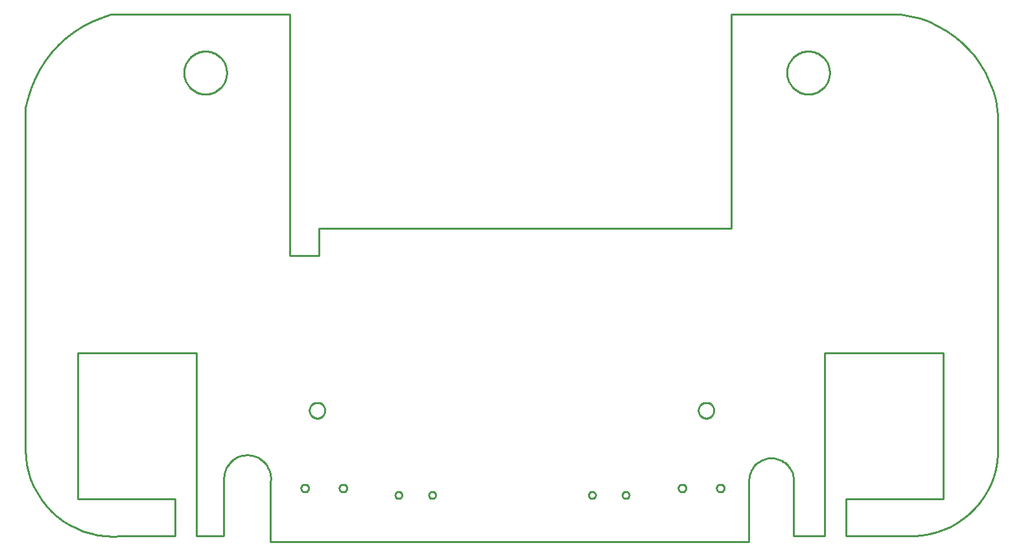
<source format=gbr>
G04 EAGLE Gerber X2 export*
%TF.Part,Single*%
%TF.FileFunction,Profile,NP*%
%TF.FilePolarity,Positive*%
%TF.GenerationSoftware,Autodesk,EAGLE,8.7.1*%
%TF.CreationDate,2018-03-30T22:44:39Z*%
G75*
%MOMM*%
%FSLAX34Y34*%
%LPD*%
%AMOC8*
5,1,8,0,0,1.08239X$1,22.5*%
G01*
%ADD10C,0.254000*%


D10*
X0Y124460D02*
X-150Y117865D01*
X344Y107934D01*
X1703Y98084D01*
X3914Y88389D01*
X6963Y78924D01*
X10824Y69761D01*
X15470Y60969D01*
X20864Y52616D01*
X26965Y44764D01*
X33728Y37475D01*
X41100Y30802D01*
X49026Y24797D01*
X57445Y19506D01*
X66293Y14969D01*
X75503Y11220D01*
X85005Y8288D01*
X94726Y6195D01*
X104592Y4958D01*
X114529Y4585D01*
X124460Y5080D01*
X195580Y5080D01*
X195580Y53340D01*
X68580Y53340D01*
X68580Y243840D01*
X223520Y243840D01*
X223520Y5080D01*
X259080Y5080D01*
X259080Y81280D01*
X259084Y81390D01*
X259311Y84051D01*
X259769Y86682D01*
X260454Y89264D01*
X261362Y91776D01*
X262485Y94199D01*
X263815Y96516D01*
X265342Y98707D01*
X267054Y100757D01*
X268938Y102650D01*
X270980Y104372D01*
X273165Y105909D01*
X275475Y107250D01*
X277893Y108385D01*
X280400Y109304D01*
X282979Y110001D01*
X285608Y110471D01*
X288269Y110710D01*
X290940Y110717D01*
X293601Y110490D01*
X296232Y110032D01*
X298814Y109347D01*
X301326Y108439D01*
X303749Y107316D01*
X306066Y105986D01*
X308257Y104459D01*
X310307Y102747D01*
X312200Y100863D01*
X313922Y98821D01*
X315459Y96636D01*
X316800Y94326D01*
X317935Y91908D01*
X318854Y89400D01*
X319551Y86822D01*
X320021Y84193D01*
X320260Y81532D01*
X320267Y78861D01*
X320040Y76200D01*
X320040Y-2540D01*
X944880Y-2540D01*
X944880Y78740D01*
X945093Y81177D01*
X945532Y83690D01*
X946187Y86155D01*
X947056Y88554D01*
X948130Y90867D01*
X949401Y93079D01*
X950860Y95171D01*
X952497Y97128D01*
X954297Y98935D01*
X956248Y100578D01*
X958335Y102045D01*
X960542Y103324D01*
X962852Y104407D01*
X965247Y105283D01*
X967710Y105948D01*
X970221Y106395D01*
X972762Y106622D01*
X975313Y106627D01*
X977855Y106409D01*
X980368Y105971D01*
X982833Y105315D01*
X985231Y104447D01*
X987545Y103373D01*
X989757Y102101D01*
X991849Y100642D01*
X993806Y99006D01*
X995613Y97205D01*
X997256Y95254D01*
X998723Y93167D01*
X1000002Y90960D01*
X1001084Y88650D01*
X1001961Y86255D01*
X1002626Y83792D01*
X1003073Y81281D01*
X1003300Y78740D01*
X1003300Y5080D01*
X1043940Y5080D01*
X1043940Y243840D01*
X1198880Y243840D01*
X1198880Y53340D01*
X1071880Y53340D01*
X1071880Y5080D01*
X1158240Y5080D01*
X1160779Y5136D01*
X1170613Y5896D01*
X1180344Y7510D01*
X1189897Y9965D01*
X1199200Y13245D01*
X1208181Y17322D01*
X1216773Y22166D01*
X1224910Y27741D01*
X1232531Y34004D01*
X1239576Y40908D01*
X1245993Y48399D01*
X1251733Y56421D01*
X1256751Y64912D01*
X1261011Y73809D01*
X1264478Y83043D01*
X1267128Y92544D01*
X1268940Y102240D01*
X1269900Y112057D01*
X1270000Y121920D01*
X1270000Y553720D01*
X1269157Y561259D01*
X1266871Y573754D01*
X1263505Y586002D01*
X1259083Y597910D01*
X1253641Y609387D01*
X1247219Y620346D01*
X1239866Y630704D01*
X1231639Y640382D01*
X1222600Y649305D01*
X1212817Y657407D01*
X1202365Y664626D01*
X1191324Y670906D01*
X1179777Y676199D01*
X1167813Y680467D01*
X1155523Y683675D01*
X1143000Y685800D01*
X922020Y685800D01*
X922020Y406400D01*
X383540Y406400D01*
X383540Y370840D01*
X345440Y370840D01*
X345440Y685800D01*
X111760Y685800D01*
X99262Y681862D01*
X86828Y676731D01*
X74889Y670536D01*
X63536Y663323D01*
X52854Y655149D01*
X42925Y646075D01*
X33824Y636170D01*
X25622Y625509D01*
X18380Y614174D01*
X12154Y602251D01*
X6990Y589831D01*
X2928Y577008D01*
X0Y563880D01*
X0Y124460D01*
X262890Y608868D02*
X262813Y607407D01*
X262660Y605952D01*
X262432Y604507D01*
X262127Y603075D01*
X261749Y601662D01*
X261296Y600270D01*
X260772Y598904D01*
X260177Y597567D01*
X259513Y596264D01*
X258781Y594996D01*
X257984Y593769D01*
X257124Y592585D01*
X256203Y591448D01*
X255224Y590361D01*
X254189Y589326D01*
X253102Y588347D01*
X251965Y587426D01*
X250781Y586566D01*
X249554Y585769D01*
X248286Y585037D01*
X246983Y584373D01*
X245646Y583778D01*
X244280Y583254D01*
X242888Y582801D01*
X241475Y582423D01*
X240043Y582118D01*
X238598Y581890D01*
X237143Y581737D01*
X235682Y581660D01*
X234218Y581660D01*
X232757Y581737D01*
X231302Y581890D01*
X229857Y582118D01*
X228425Y582423D01*
X227012Y582801D01*
X225620Y583254D01*
X224254Y583778D01*
X222917Y584373D01*
X221614Y585037D01*
X220346Y585769D01*
X219119Y586566D01*
X217935Y587426D01*
X216798Y588347D01*
X215711Y589326D01*
X214676Y590361D01*
X213697Y591448D01*
X212776Y592585D01*
X211916Y593769D01*
X211119Y594996D01*
X210387Y596264D01*
X209723Y597567D01*
X209128Y598904D01*
X208604Y600270D01*
X208151Y601662D01*
X207773Y603075D01*
X207468Y604507D01*
X207240Y605952D01*
X207087Y607407D01*
X207010Y608868D01*
X207010Y610332D01*
X207087Y611793D01*
X207240Y613248D01*
X207468Y614693D01*
X207773Y616125D01*
X208151Y617538D01*
X208604Y618930D01*
X209128Y620296D01*
X209723Y621633D01*
X210387Y622936D01*
X211119Y624204D01*
X211916Y625431D01*
X212776Y626615D01*
X213697Y627752D01*
X214676Y628839D01*
X215711Y629874D01*
X216798Y630853D01*
X217935Y631774D01*
X219119Y632634D01*
X220346Y633431D01*
X221614Y634163D01*
X222917Y634827D01*
X224254Y635422D01*
X225620Y635946D01*
X227012Y636399D01*
X228425Y636777D01*
X229857Y637082D01*
X231302Y637310D01*
X232757Y637463D01*
X234218Y637540D01*
X235682Y637540D01*
X237143Y637463D01*
X238598Y637310D01*
X240043Y637082D01*
X241475Y636777D01*
X242888Y636399D01*
X244280Y635946D01*
X245646Y635422D01*
X246983Y634827D01*
X248286Y634163D01*
X249554Y633431D01*
X250781Y632634D01*
X251965Y631774D01*
X253102Y630853D01*
X254189Y629874D01*
X255224Y628839D01*
X256203Y627752D01*
X257124Y626615D01*
X257984Y625431D01*
X258781Y624204D01*
X259513Y622936D01*
X260177Y621633D01*
X260772Y620296D01*
X261296Y618930D01*
X261749Y617538D01*
X262127Y616125D01*
X262432Y614693D01*
X262660Y613248D01*
X262813Y611793D01*
X262890Y610332D01*
X262890Y608868D01*
X1050290Y608868D02*
X1050213Y607407D01*
X1050060Y605952D01*
X1049832Y604507D01*
X1049527Y603075D01*
X1049149Y601662D01*
X1048696Y600270D01*
X1048172Y598904D01*
X1047577Y597567D01*
X1046913Y596264D01*
X1046181Y594996D01*
X1045384Y593769D01*
X1044524Y592585D01*
X1043603Y591448D01*
X1042624Y590361D01*
X1041589Y589326D01*
X1040502Y588347D01*
X1039365Y587426D01*
X1038181Y586566D01*
X1036954Y585769D01*
X1035686Y585037D01*
X1034383Y584373D01*
X1033046Y583778D01*
X1031680Y583254D01*
X1030288Y582801D01*
X1028875Y582423D01*
X1027443Y582118D01*
X1025998Y581890D01*
X1024543Y581737D01*
X1023082Y581660D01*
X1021618Y581660D01*
X1020157Y581737D01*
X1018702Y581890D01*
X1017257Y582118D01*
X1015825Y582423D01*
X1014412Y582801D01*
X1013020Y583254D01*
X1011654Y583778D01*
X1010317Y584373D01*
X1009014Y585037D01*
X1007746Y585769D01*
X1006519Y586566D01*
X1005335Y587426D01*
X1004198Y588347D01*
X1003111Y589326D01*
X1002076Y590361D01*
X1001097Y591448D01*
X1000176Y592585D01*
X999316Y593769D01*
X998519Y594996D01*
X997787Y596264D01*
X997123Y597567D01*
X996528Y598904D01*
X996004Y600270D01*
X995551Y601662D01*
X995173Y603075D01*
X994868Y604507D01*
X994640Y605952D01*
X994487Y607407D01*
X994410Y608868D01*
X994410Y610332D01*
X994487Y611793D01*
X994640Y613248D01*
X994868Y614693D01*
X995173Y616125D01*
X995551Y617538D01*
X996004Y618930D01*
X996528Y620296D01*
X997123Y621633D01*
X997787Y622936D01*
X998519Y624204D01*
X999316Y625431D01*
X1000176Y626615D01*
X1001097Y627752D01*
X1002076Y628839D01*
X1003111Y629874D01*
X1004198Y630853D01*
X1005335Y631774D01*
X1006519Y632634D01*
X1007746Y633431D01*
X1009014Y634163D01*
X1010317Y634827D01*
X1011654Y635422D01*
X1013020Y635946D01*
X1014412Y636399D01*
X1015825Y636777D01*
X1017257Y637082D01*
X1018702Y637310D01*
X1020157Y637463D01*
X1021618Y637540D01*
X1023082Y637540D01*
X1024543Y637463D01*
X1025998Y637310D01*
X1027443Y637082D01*
X1028875Y636777D01*
X1030288Y636399D01*
X1031680Y635946D01*
X1033046Y635422D01*
X1034383Y634827D01*
X1035686Y634163D01*
X1036954Y633431D01*
X1038181Y632634D01*
X1039365Y631774D01*
X1040502Y630853D01*
X1041589Y629874D01*
X1042624Y628839D01*
X1043603Y627752D01*
X1044524Y626615D01*
X1045384Y625431D01*
X1046181Y624204D01*
X1046913Y622936D01*
X1047577Y621633D01*
X1048172Y620296D01*
X1048696Y618930D01*
X1049149Y617538D01*
X1049527Y616125D01*
X1049832Y614693D01*
X1050060Y613248D01*
X1050213Y611793D01*
X1050290Y610332D01*
X1050290Y608868D01*
X391160Y168466D02*
X391083Y167583D01*
X390929Y166709D01*
X390699Y165852D01*
X390396Y165018D01*
X390021Y164214D01*
X389577Y163446D01*
X389068Y162719D01*
X388498Y162039D01*
X387871Y161412D01*
X387191Y160842D01*
X386464Y160333D01*
X385696Y159889D01*
X384892Y159514D01*
X384058Y159211D01*
X383201Y158981D01*
X382327Y158827D01*
X381444Y158750D01*
X380556Y158750D01*
X379673Y158827D01*
X378799Y158981D01*
X377942Y159211D01*
X377108Y159514D01*
X376304Y159889D01*
X375536Y160333D01*
X374809Y160842D01*
X374129Y161412D01*
X373502Y162039D01*
X372932Y162719D01*
X372423Y163446D01*
X371979Y164214D01*
X371604Y165018D01*
X371301Y165852D01*
X371071Y166709D01*
X370917Y167583D01*
X370840Y168466D01*
X370840Y169354D01*
X370917Y170237D01*
X371071Y171111D01*
X371301Y171968D01*
X371604Y172802D01*
X371979Y173606D01*
X372423Y174374D01*
X372932Y175101D01*
X373502Y175781D01*
X374129Y176408D01*
X374809Y176978D01*
X375536Y177487D01*
X376304Y177931D01*
X377108Y178306D01*
X377942Y178609D01*
X378799Y178839D01*
X379673Y178993D01*
X380556Y179070D01*
X381444Y179070D01*
X382327Y178993D01*
X383201Y178839D01*
X384058Y178609D01*
X384892Y178306D01*
X385696Y177931D01*
X386464Y177487D01*
X387191Y176978D01*
X387871Y176408D01*
X388498Y175781D01*
X389068Y175101D01*
X389577Y174374D01*
X390021Y173606D01*
X390396Y172802D01*
X390699Y171968D01*
X390929Y171111D01*
X391083Y170237D01*
X391160Y169354D01*
X391160Y168466D01*
X899160Y168466D02*
X899083Y167583D01*
X898929Y166709D01*
X898699Y165852D01*
X898396Y165018D01*
X898021Y164214D01*
X897577Y163446D01*
X897068Y162719D01*
X896498Y162039D01*
X895871Y161412D01*
X895191Y160842D01*
X894464Y160333D01*
X893696Y159889D01*
X892892Y159514D01*
X892058Y159211D01*
X891201Y158981D01*
X890327Y158827D01*
X889444Y158750D01*
X888556Y158750D01*
X887673Y158827D01*
X886799Y158981D01*
X885942Y159211D01*
X885108Y159514D01*
X884304Y159889D01*
X883536Y160333D01*
X882809Y160842D01*
X882129Y161412D01*
X881502Y162039D01*
X880932Y162719D01*
X880423Y163446D01*
X879979Y164214D01*
X879604Y165018D01*
X879301Y165852D01*
X879071Y166709D01*
X878917Y167583D01*
X878840Y168466D01*
X878840Y169354D01*
X878917Y170237D01*
X879071Y171111D01*
X879301Y171968D01*
X879604Y172802D01*
X879979Y173606D01*
X880423Y174374D01*
X880932Y175101D01*
X881502Y175781D01*
X882129Y176408D01*
X882809Y176978D01*
X883536Y177487D01*
X884304Y177931D01*
X885108Y178306D01*
X885942Y178609D01*
X886799Y178839D01*
X887673Y178993D01*
X888556Y179070D01*
X889444Y179070D01*
X890327Y178993D01*
X891201Y178839D01*
X892058Y178609D01*
X892892Y178306D01*
X893696Y177931D01*
X894464Y177487D01*
X895191Y176978D01*
X895871Y176408D01*
X896498Y175781D01*
X897068Y175101D01*
X897577Y174374D01*
X898021Y173606D01*
X898396Y172802D01*
X898699Y171968D01*
X898929Y171111D01*
X899083Y170237D01*
X899160Y169354D01*
X899160Y168466D01*
X262890Y608868D02*
X262813Y607407D01*
X262660Y605952D01*
X262432Y604507D01*
X262127Y603075D01*
X261749Y601662D01*
X261296Y600270D01*
X260772Y598904D01*
X260177Y597567D01*
X259513Y596264D01*
X258781Y594996D01*
X257984Y593769D01*
X257124Y592585D01*
X256203Y591448D01*
X255224Y590361D01*
X254189Y589326D01*
X253102Y588347D01*
X251965Y587426D01*
X250781Y586566D01*
X249554Y585769D01*
X248286Y585037D01*
X246983Y584373D01*
X245646Y583778D01*
X244280Y583254D01*
X242888Y582801D01*
X241475Y582423D01*
X240043Y582118D01*
X238598Y581890D01*
X237143Y581737D01*
X235682Y581660D01*
X234218Y581660D01*
X232757Y581737D01*
X231302Y581890D01*
X229857Y582118D01*
X228425Y582423D01*
X227012Y582801D01*
X225620Y583254D01*
X224254Y583778D01*
X222917Y584373D01*
X221614Y585037D01*
X220346Y585769D01*
X219119Y586566D01*
X217935Y587426D01*
X216798Y588347D01*
X215711Y589326D01*
X214676Y590361D01*
X213697Y591448D01*
X212776Y592585D01*
X211916Y593769D01*
X211119Y594996D01*
X210387Y596264D01*
X209723Y597567D01*
X209128Y598904D01*
X208604Y600270D01*
X208151Y601662D01*
X207773Y603075D01*
X207468Y604507D01*
X207240Y605952D01*
X207087Y607407D01*
X207010Y608868D01*
X207010Y610332D01*
X207087Y611793D01*
X207240Y613248D01*
X207468Y614693D01*
X207773Y616125D01*
X208151Y617538D01*
X208604Y618930D01*
X209128Y620296D01*
X209723Y621633D01*
X210387Y622936D01*
X211119Y624204D01*
X211916Y625431D01*
X212776Y626615D01*
X213697Y627752D01*
X214676Y628839D01*
X215711Y629874D01*
X216798Y630853D01*
X217935Y631774D01*
X219119Y632634D01*
X220346Y633431D01*
X221614Y634163D01*
X222917Y634827D01*
X224254Y635422D01*
X225620Y635946D01*
X227012Y636399D01*
X228425Y636777D01*
X229857Y637082D01*
X231302Y637310D01*
X232757Y637463D01*
X234218Y637540D01*
X235682Y637540D01*
X237143Y637463D01*
X238598Y637310D01*
X240043Y637082D01*
X241475Y636777D01*
X242888Y636399D01*
X244280Y635946D01*
X245646Y635422D01*
X246983Y634827D01*
X248286Y634163D01*
X249554Y633431D01*
X250781Y632634D01*
X251965Y631774D01*
X253102Y630853D01*
X254189Y629874D01*
X255224Y628839D01*
X256203Y627752D01*
X257124Y626615D01*
X257984Y625431D01*
X258781Y624204D01*
X259513Y622936D01*
X260177Y621633D01*
X260772Y620296D01*
X261296Y618930D01*
X261749Y617538D01*
X262127Y616125D01*
X262432Y614693D01*
X262660Y613248D01*
X262813Y611793D01*
X262890Y610332D01*
X262890Y608868D01*
X1050290Y608868D02*
X1050213Y607407D01*
X1050060Y605952D01*
X1049832Y604507D01*
X1049527Y603075D01*
X1049149Y601662D01*
X1048696Y600270D01*
X1048172Y598904D01*
X1047577Y597567D01*
X1046913Y596264D01*
X1046181Y594996D01*
X1045384Y593769D01*
X1044524Y592585D01*
X1043603Y591448D01*
X1042624Y590361D01*
X1041589Y589326D01*
X1040502Y588347D01*
X1039365Y587426D01*
X1038181Y586566D01*
X1036954Y585769D01*
X1035686Y585037D01*
X1034383Y584373D01*
X1033046Y583778D01*
X1031680Y583254D01*
X1030288Y582801D01*
X1028875Y582423D01*
X1027443Y582118D01*
X1025998Y581890D01*
X1024543Y581737D01*
X1023082Y581660D01*
X1021618Y581660D01*
X1020157Y581737D01*
X1018702Y581890D01*
X1017257Y582118D01*
X1015825Y582423D01*
X1014412Y582801D01*
X1013020Y583254D01*
X1011654Y583778D01*
X1010317Y584373D01*
X1009014Y585037D01*
X1007746Y585769D01*
X1006519Y586566D01*
X1005335Y587426D01*
X1004198Y588347D01*
X1003111Y589326D01*
X1002076Y590361D01*
X1001097Y591448D01*
X1000176Y592585D01*
X999316Y593769D01*
X998519Y594996D01*
X997787Y596264D01*
X997123Y597567D01*
X996528Y598904D01*
X996004Y600270D01*
X995551Y601662D01*
X995173Y603075D01*
X994868Y604507D01*
X994640Y605952D01*
X994487Y607407D01*
X994410Y608868D01*
X994410Y610332D01*
X994487Y611793D01*
X994640Y613248D01*
X994868Y614693D01*
X995173Y616125D01*
X995551Y617538D01*
X996004Y618930D01*
X996528Y620296D01*
X997123Y621633D01*
X997787Y622936D01*
X998519Y624204D01*
X999316Y625431D01*
X1000176Y626615D01*
X1001097Y627752D01*
X1002076Y628839D01*
X1003111Y629874D01*
X1004198Y630853D01*
X1005335Y631774D01*
X1006519Y632634D01*
X1007746Y633431D01*
X1009014Y634163D01*
X1010317Y634827D01*
X1011654Y635422D01*
X1013020Y635946D01*
X1014412Y636399D01*
X1015825Y636777D01*
X1017257Y637082D01*
X1018702Y637310D01*
X1020157Y637463D01*
X1021618Y637540D01*
X1023082Y637540D01*
X1024543Y637463D01*
X1025998Y637310D01*
X1027443Y637082D01*
X1028875Y636777D01*
X1030288Y636399D01*
X1031680Y635946D01*
X1033046Y635422D01*
X1034383Y634827D01*
X1035686Y634163D01*
X1036954Y633431D01*
X1038181Y632634D01*
X1039365Y631774D01*
X1040502Y630853D01*
X1041589Y629874D01*
X1042624Y628839D01*
X1043603Y627752D01*
X1044524Y626615D01*
X1045384Y625431D01*
X1046181Y624204D01*
X1046913Y622936D01*
X1047577Y621633D01*
X1048172Y620296D01*
X1048696Y618930D01*
X1049149Y617538D01*
X1049527Y616125D01*
X1049832Y614693D01*
X1050060Y613248D01*
X1050213Y611793D01*
X1050290Y610332D01*
X1050290Y608868D01*
X391160Y168466D02*
X391083Y167583D01*
X390929Y166709D01*
X390699Y165852D01*
X390396Y165018D01*
X390021Y164214D01*
X389577Y163446D01*
X389068Y162719D01*
X388498Y162039D01*
X387871Y161412D01*
X387191Y160842D01*
X386464Y160333D01*
X385696Y159889D01*
X384892Y159514D01*
X384058Y159211D01*
X383201Y158981D01*
X382327Y158827D01*
X381444Y158750D01*
X380556Y158750D01*
X379673Y158827D01*
X378799Y158981D01*
X377942Y159211D01*
X377108Y159514D01*
X376304Y159889D01*
X375536Y160333D01*
X374809Y160842D01*
X374129Y161412D01*
X373502Y162039D01*
X372932Y162719D01*
X372423Y163446D01*
X371979Y164214D01*
X371604Y165018D01*
X371301Y165852D01*
X371071Y166709D01*
X370917Y167583D01*
X370840Y168466D01*
X370840Y169354D01*
X370917Y170237D01*
X371071Y171111D01*
X371301Y171968D01*
X371604Y172802D01*
X371979Y173606D01*
X372423Y174374D01*
X372932Y175101D01*
X373502Y175781D01*
X374129Y176408D01*
X374809Y176978D01*
X375536Y177487D01*
X376304Y177931D01*
X377108Y178306D01*
X377942Y178609D01*
X378799Y178839D01*
X379673Y178993D01*
X380556Y179070D01*
X381444Y179070D01*
X382327Y178993D01*
X383201Y178839D01*
X384058Y178609D01*
X384892Y178306D01*
X385696Y177931D01*
X386464Y177487D01*
X387191Y176978D01*
X387871Y176408D01*
X388498Y175781D01*
X389068Y175101D01*
X389577Y174374D01*
X390021Y173606D01*
X390396Y172802D01*
X390699Y171968D01*
X390929Y171111D01*
X391083Y170237D01*
X391160Y169354D01*
X391160Y168466D01*
X899160Y168466D02*
X899083Y167583D01*
X898929Y166709D01*
X898699Y165852D01*
X898396Y165018D01*
X898021Y164214D01*
X897577Y163446D01*
X897068Y162719D01*
X896498Y162039D01*
X895871Y161412D01*
X895191Y160842D01*
X894464Y160333D01*
X893696Y159889D01*
X892892Y159514D01*
X892058Y159211D01*
X891201Y158981D01*
X890327Y158827D01*
X889444Y158750D01*
X888556Y158750D01*
X887673Y158827D01*
X886799Y158981D01*
X885942Y159211D01*
X885108Y159514D01*
X884304Y159889D01*
X883536Y160333D01*
X882809Y160842D01*
X882129Y161412D01*
X881502Y162039D01*
X880932Y162719D01*
X880423Y163446D01*
X879979Y164214D01*
X879604Y165018D01*
X879301Y165852D01*
X879071Y166709D01*
X878917Y167583D01*
X878840Y168466D01*
X878840Y169354D01*
X878917Y170237D01*
X879071Y171111D01*
X879301Y171968D01*
X879604Y172802D01*
X879979Y173606D01*
X880423Y174374D01*
X880932Y175101D01*
X881502Y175781D01*
X882129Y176408D01*
X882809Y176978D01*
X883536Y177487D01*
X884304Y177931D01*
X885108Y178306D01*
X885942Y178609D01*
X886799Y178839D01*
X887673Y178993D01*
X888556Y179070D01*
X889444Y179070D01*
X890327Y178993D01*
X891201Y178839D01*
X892058Y178609D01*
X892892Y178306D01*
X893696Y177931D01*
X894464Y177487D01*
X895191Y176978D01*
X895871Y176408D01*
X896498Y175781D01*
X897068Y175101D01*
X897577Y174374D01*
X898021Y173606D01*
X898396Y172802D01*
X898699Y171968D01*
X898929Y171111D01*
X899083Y170237D01*
X899160Y169354D01*
X899160Y168466D01*
X487565Y62920D02*
X488150Y62843D01*
X488720Y62690D01*
X489265Y62465D01*
X489775Y62170D01*
X490243Y61811D01*
X490661Y61393D01*
X491020Y60925D01*
X491315Y60415D01*
X491540Y59870D01*
X491693Y59300D01*
X491770Y58715D01*
X491770Y58125D01*
X491693Y57540D01*
X491540Y56970D01*
X491315Y56425D01*
X491020Y55915D01*
X490661Y55447D01*
X490243Y55029D01*
X489775Y54670D01*
X489265Y54375D01*
X488720Y54150D01*
X488150Y53997D01*
X487565Y53920D01*
X486975Y53920D01*
X486390Y53997D01*
X485820Y54150D01*
X485275Y54375D01*
X484765Y54670D01*
X484297Y55029D01*
X483879Y55447D01*
X483520Y55915D01*
X483225Y56425D01*
X483000Y56970D01*
X482847Y57540D01*
X482770Y58125D01*
X482770Y58715D01*
X482847Y59300D01*
X483000Y59870D01*
X483225Y60415D01*
X483520Y60925D01*
X483879Y61393D01*
X484297Y61811D01*
X484765Y62170D01*
X485275Y62465D01*
X485820Y62690D01*
X486390Y62843D01*
X486975Y62920D01*
X487565Y62920D01*
X531565Y62920D02*
X532150Y62843D01*
X532720Y62690D01*
X533265Y62465D01*
X533775Y62170D01*
X534243Y61811D01*
X534661Y61393D01*
X535020Y60925D01*
X535315Y60415D01*
X535540Y59870D01*
X535693Y59300D01*
X535770Y58715D01*
X535770Y58125D01*
X535693Y57540D01*
X535540Y56970D01*
X535315Y56425D01*
X535020Y55915D01*
X534661Y55447D01*
X534243Y55029D01*
X533775Y54670D01*
X533265Y54375D01*
X532720Y54150D01*
X532150Y53997D01*
X531565Y53920D01*
X530975Y53920D01*
X530390Y53997D01*
X529820Y54150D01*
X529275Y54375D01*
X528765Y54670D01*
X528297Y55029D01*
X527879Y55447D01*
X527520Y55915D01*
X527225Y56425D01*
X527000Y56970D01*
X526847Y57540D01*
X526770Y58125D01*
X526770Y58715D01*
X526847Y59300D01*
X527000Y59870D01*
X527225Y60415D01*
X527520Y60925D01*
X527879Y61393D01*
X528297Y61811D01*
X528765Y62170D01*
X529275Y62465D01*
X529820Y62690D01*
X530390Y62843D01*
X530975Y62920D01*
X531565Y62920D01*
X740295Y62920D02*
X740880Y62843D01*
X741450Y62690D01*
X741995Y62465D01*
X742505Y62170D01*
X742973Y61811D01*
X743391Y61393D01*
X743750Y60925D01*
X744045Y60415D01*
X744270Y59870D01*
X744423Y59300D01*
X744500Y58715D01*
X744500Y58125D01*
X744423Y57540D01*
X744270Y56970D01*
X744045Y56425D01*
X743750Y55915D01*
X743391Y55447D01*
X742973Y55029D01*
X742505Y54670D01*
X741995Y54375D01*
X741450Y54150D01*
X740880Y53997D01*
X740295Y53920D01*
X739705Y53920D01*
X739120Y53997D01*
X738550Y54150D01*
X738005Y54375D01*
X737495Y54670D01*
X737027Y55029D01*
X736609Y55447D01*
X736250Y55915D01*
X735955Y56425D01*
X735730Y56970D01*
X735577Y57540D01*
X735500Y58125D01*
X735500Y58715D01*
X735577Y59300D01*
X735730Y59870D01*
X735955Y60415D01*
X736250Y60925D01*
X736609Y61393D01*
X737027Y61811D01*
X737495Y62170D01*
X738005Y62465D01*
X738550Y62690D01*
X739120Y62843D01*
X739705Y62920D01*
X740295Y62920D01*
X784295Y62920D02*
X784880Y62843D01*
X785450Y62690D01*
X785995Y62465D01*
X786505Y62170D01*
X786973Y61811D01*
X787391Y61393D01*
X787750Y60925D01*
X788045Y60415D01*
X788270Y59870D01*
X788423Y59300D01*
X788500Y58715D01*
X788500Y58125D01*
X788423Y57540D01*
X788270Y56970D01*
X788045Y56425D01*
X787750Y55915D01*
X787391Y55447D01*
X786973Y55029D01*
X786505Y54670D01*
X785995Y54375D01*
X785450Y54150D01*
X784880Y53997D01*
X784295Y53920D01*
X783705Y53920D01*
X783120Y53997D01*
X782550Y54150D01*
X782005Y54375D01*
X781495Y54670D01*
X781027Y55029D01*
X780609Y55447D01*
X780250Y55915D01*
X779955Y56425D01*
X779730Y56970D01*
X779577Y57540D01*
X779500Y58125D01*
X779500Y58715D01*
X779577Y59300D01*
X779730Y59870D01*
X779955Y60415D01*
X780250Y60925D01*
X780609Y61393D01*
X781027Y61811D01*
X781495Y62170D01*
X782005Y62465D01*
X782550Y62690D01*
X783120Y62843D01*
X783705Y62920D01*
X784295Y62920D01*
X409890Y67741D02*
X409953Y68299D01*
X410078Y68846D01*
X410263Y69376D01*
X410507Y69882D01*
X410806Y70358D01*
X411156Y70797D01*
X411553Y71194D01*
X411992Y71544D01*
X412468Y71843D01*
X412974Y72087D01*
X413504Y72272D01*
X414051Y72397D01*
X414609Y72460D01*
X415171Y72460D01*
X415729Y72397D01*
X416276Y72272D01*
X416806Y72087D01*
X417312Y71843D01*
X417788Y71544D01*
X418227Y71194D01*
X418624Y70797D01*
X418974Y70358D01*
X419273Y69882D01*
X419517Y69376D01*
X419702Y68846D01*
X419827Y68299D01*
X419890Y67741D01*
X419890Y67179D01*
X419827Y66621D01*
X419702Y66074D01*
X419517Y65544D01*
X419273Y65038D01*
X418974Y64562D01*
X418624Y64123D01*
X418227Y63726D01*
X417788Y63376D01*
X417312Y63077D01*
X416806Y62833D01*
X416276Y62648D01*
X415729Y62523D01*
X415171Y62460D01*
X414609Y62460D01*
X414051Y62523D01*
X413504Y62648D01*
X412974Y62833D01*
X412468Y63077D01*
X411992Y63376D01*
X411553Y63726D01*
X411156Y64123D01*
X410806Y64562D01*
X410507Y65038D01*
X410263Y65544D01*
X410078Y66074D01*
X409953Y66621D01*
X409890Y67179D01*
X409890Y67741D01*
X359890Y67741D02*
X359953Y68299D01*
X360078Y68846D01*
X360263Y69376D01*
X360507Y69882D01*
X360806Y70358D01*
X361156Y70797D01*
X361553Y71194D01*
X361992Y71544D01*
X362468Y71843D01*
X362974Y72087D01*
X363504Y72272D01*
X364051Y72397D01*
X364609Y72460D01*
X365171Y72460D01*
X365729Y72397D01*
X366276Y72272D01*
X366806Y72087D01*
X367312Y71843D01*
X367788Y71544D01*
X368227Y71194D01*
X368624Y70797D01*
X368974Y70358D01*
X369273Y69882D01*
X369517Y69376D01*
X369702Y68846D01*
X369827Y68299D01*
X369890Y67741D01*
X369890Y67179D01*
X369827Y66621D01*
X369702Y66074D01*
X369517Y65544D01*
X369273Y65038D01*
X368974Y64562D01*
X368624Y64123D01*
X368227Y63726D01*
X367788Y63376D01*
X367312Y63077D01*
X366806Y62833D01*
X366276Y62648D01*
X365729Y62523D01*
X365171Y62460D01*
X364609Y62460D01*
X364051Y62523D01*
X363504Y62648D01*
X362974Y62833D01*
X362468Y63077D01*
X361992Y63376D01*
X361553Y63726D01*
X361156Y64123D01*
X360806Y64562D01*
X360507Y65038D01*
X360263Y65544D01*
X360078Y66074D01*
X359953Y66621D01*
X359890Y67179D01*
X359890Y67741D01*
X902650Y67741D02*
X902713Y68299D01*
X902838Y68846D01*
X903023Y69376D01*
X903267Y69882D01*
X903566Y70358D01*
X903916Y70797D01*
X904313Y71194D01*
X904752Y71544D01*
X905228Y71843D01*
X905734Y72087D01*
X906264Y72272D01*
X906811Y72397D01*
X907369Y72460D01*
X907931Y72460D01*
X908489Y72397D01*
X909036Y72272D01*
X909566Y72087D01*
X910072Y71843D01*
X910548Y71544D01*
X910987Y71194D01*
X911384Y70797D01*
X911734Y70358D01*
X912033Y69882D01*
X912277Y69376D01*
X912462Y68846D01*
X912587Y68299D01*
X912650Y67741D01*
X912650Y67179D01*
X912587Y66621D01*
X912462Y66074D01*
X912277Y65544D01*
X912033Y65038D01*
X911734Y64562D01*
X911384Y64123D01*
X910987Y63726D01*
X910548Y63376D01*
X910072Y63077D01*
X909566Y62833D01*
X909036Y62648D01*
X908489Y62523D01*
X907931Y62460D01*
X907369Y62460D01*
X906811Y62523D01*
X906264Y62648D01*
X905734Y62833D01*
X905228Y63077D01*
X904752Y63376D01*
X904313Y63726D01*
X903916Y64123D01*
X903566Y64562D01*
X903267Y65038D01*
X903023Y65544D01*
X902838Y66074D01*
X902713Y66621D01*
X902650Y67179D01*
X902650Y67741D01*
X852650Y67741D02*
X852713Y68299D01*
X852838Y68846D01*
X853023Y69376D01*
X853267Y69882D01*
X853566Y70358D01*
X853916Y70797D01*
X854313Y71194D01*
X854752Y71544D01*
X855228Y71843D01*
X855734Y72087D01*
X856264Y72272D01*
X856811Y72397D01*
X857369Y72460D01*
X857931Y72460D01*
X858489Y72397D01*
X859036Y72272D01*
X859566Y72087D01*
X860072Y71843D01*
X860548Y71544D01*
X860987Y71194D01*
X861384Y70797D01*
X861734Y70358D01*
X862033Y69882D01*
X862277Y69376D01*
X862462Y68846D01*
X862587Y68299D01*
X862650Y67741D01*
X862650Y67179D01*
X862587Y66621D01*
X862462Y66074D01*
X862277Y65544D01*
X862033Y65038D01*
X861734Y64562D01*
X861384Y64123D01*
X860987Y63726D01*
X860548Y63376D01*
X860072Y63077D01*
X859566Y62833D01*
X859036Y62648D01*
X858489Y62523D01*
X857931Y62460D01*
X857369Y62460D01*
X856811Y62523D01*
X856264Y62648D01*
X855734Y62833D01*
X855228Y63077D01*
X854752Y63376D01*
X854313Y63726D01*
X853916Y64123D01*
X853566Y64562D01*
X853267Y65038D01*
X853023Y65544D01*
X852838Y66074D01*
X852713Y66621D01*
X852650Y67179D01*
X852650Y67741D01*
M02*

</source>
